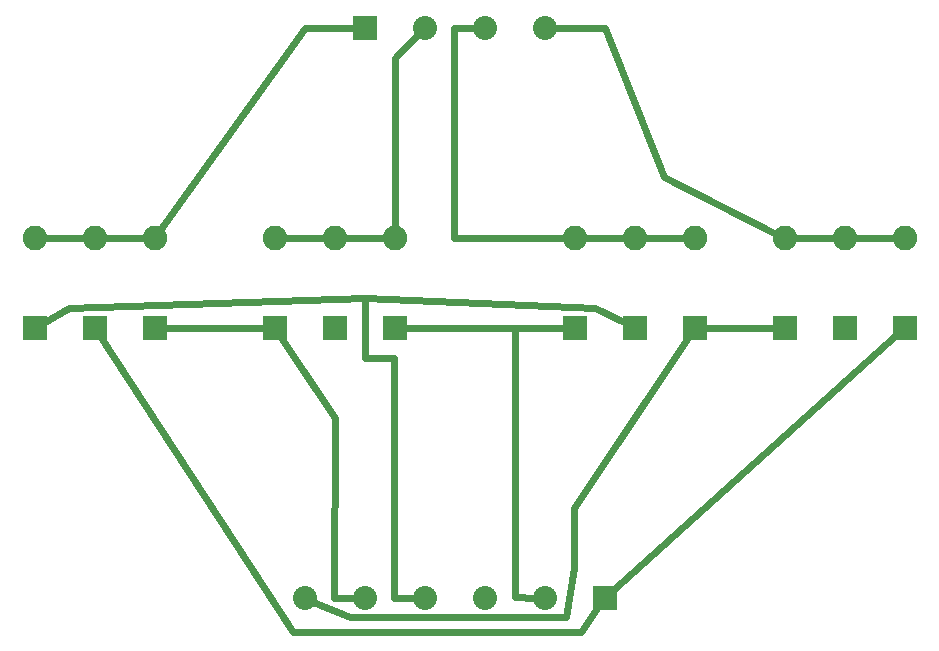
<source format=gtl>
G04 MADE WITH FRITZING*
G04 WWW.FRITZING.ORG*
G04 DOUBLE SIDED*
G04 HOLES PLATED*
G04 CONTOUR ON CENTER OF CONTOUR VECTOR*
%ASAXBY*%
%FSLAX23Y23*%
%MOIN*%
%OFA0B0*%
%SFA1.0B1.0*%
%ADD10C,0.080000*%
%ADD11C,0.082000*%
%ADD12R,0.080000X0.080000*%
%ADD13R,0.082000X0.082000*%
%ADD14C,0.024000*%
%LNCOPPER1*%
G90*
G70*
G54D10*
X1500Y2334D03*
X1700Y2334D03*
X1900Y2334D03*
X2100Y2334D03*
X2300Y434D03*
X2100Y434D03*
X1900Y434D03*
X1700Y434D03*
X1500Y434D03*
X1300Y434D03*
G54D11*
X400Y1334D03*
X400Y1632D03*
X600Y1334D03*
X600Y1632D03*
X800Y1334D03*
X800Y1632D03*
X1200Y1334D03*
X1200Y1632D03*
X1600Y1334D03*
X1600Y1632D03*
X1400Y1334D03*
X1400Y1632D03*
X2200Y1334D03*
X2200Y1632D03*
X2400Y1334D03*
X2400Y1632D03*
X2600Y1334D03*
X2600Y1632D03*
X2900Y1334D03*
X2900Y1632D03*
X3100Y1334D03*
X3100Y1632D03*
X3300Y1334D03*
X3300Y1632D03*
G54D12*
X1500Y2334D03*
X2300Y434D03*
G54D13*
X400Y1333D03*
X600Y1333D03*
X800Y1333D03*
X1200Y1333D03*
X1600Y1333D03*
X1400Y1333D03*
X2200Y1333D03*
X2400Y1333D03*
X2600Y1333D03*
X2900Y1333D03*
X3100Y1333D03*
X3300Y1333D03*
G54D14*
X1799Y2333D02*
X1799Y1634D01*
D02*
X1799Y1634D02*
X2168Y1632D01*
D02*
X1869Y2333D02*
X1799Y2333D01*
D02*
X1301Y2333D02*
X819Y1658D01*
D02*
X1469Y2334D02*
X1301Y2333D01*
D02*
X2498Y1835D02*
X2871Y1646D01*
D02*
X2131Y2334D02*
X2302Y2333D01*
D02*
X2302Y2333D02*
X2498Y1835D01*
D02*
X1632Y1334D02*
X2168Y1334D01*
D02*
X2069Y434D02*
X2000Y435D01*
D02*
X2000Y733D02*
X2000Y1135D01*
D02*
X2000Y435D02*
X2000Y733D01*
D02*
X2000Y1135D02*
X2000Y1333D01*
D02*
X2000Y1333D02*
X2168Y1334D01*
D02*
X1168Y1334D02*
X832Y1334D01*
D02*
X2368Y1632D02*
X2232Y1632D01*
D02*
X3268Y1632D02*
X3132Y1632D01*
D02*
X2868Y1334D02*
X2632Y1334D01*
D02*
X1329Y421D02*
X1452Y368D01*
X1452Y368D02*
X2172Y368D01*
D02*
X2199Y534D02*
X2199Y733D01*
D02*
X2199Y733D02*
X2582Y1307D01*
D02*
X2172Y368D02*
X2199Y534D01*
D02*
X1669Y433D02*
X1599Y433D01*
D02*
X1599Y433D02*
X1599Y1234D01*
D02*
X1500Y1234D02*
X1500Y1434D01*
D02*
X1599Y1234D02*
X1500Y1234D01*
D02*
X1500Y1434D02*
X2268Y1400D01*
X2268Y1400D02*
X2371Y1348D01*
D02*
X428Y1350D02*
X516Y1400D01*
X516Y1400D02*
X1500Y1434D01*
D02*
X618Y1307D02*
X1260Y320D01*
X1260Y320D02*
X2220Y320D01*
X2220Y320D02*
X2282Y408D01*
D02*
X1600Y2234D02*
X1600Y1664D01*
D02*
X1678Y2312D02*
X1600Y2234D01*
D02*
X1568Y1632D02*
X1432Y1632D01*
D02*
X1232Y1632D02*
X1368Y1632D01*
D02*
X768Y1632D02*
X632Y1632D01*
D02*
X432Y1632D02*
X568Y1632D01*
D02*
X2568Y1632D02*
X2432Y1632D01*
D02*
X2932Y1632D02*
X3068Y1632D01*
D02*
X1401Y1033D02*
X1218Y1307D01*
D02*
X1469Y433D02*
X1399Y433D01*
D02*
X1399Y433D02*
X1401Y1033D01*
D02*
X3276Y1312D02*
X2323Y455D01*
G04 End of Copper1*
M02*
</source>
